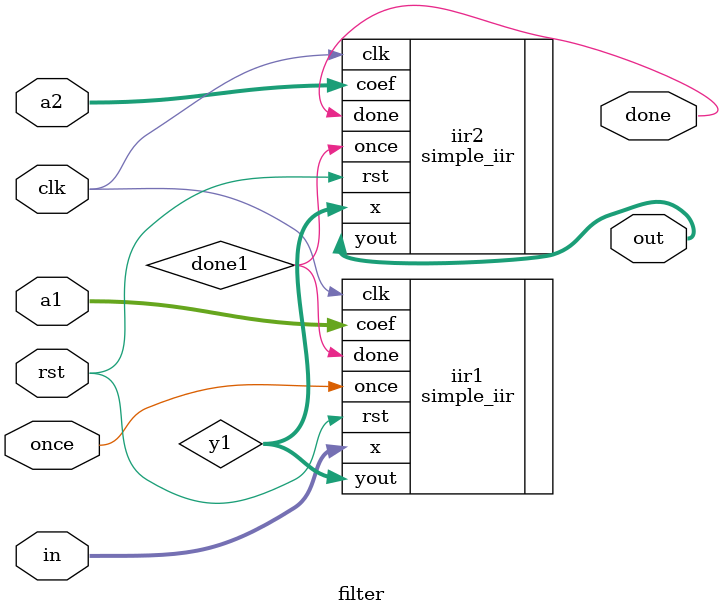
<source format=v>
module filter (
    input clk,  // clock
    input rst,  // reset
    input once,
    output done,
    input [31:0] in,
    output [31:0] out,
    input [3:0] a1,
    input [3:0] a2
  );

wire done1;
wire [31:0] y1;
simple_iir #(.DATAWIDTH(32), .COEFWIDTH(16)) iir1(.clk(clk), .rst(rst), .once(once), .done(done1), .coef(a1), .x(in), .yout(y1));
simple_iir #(.DATAWIDTH(32), .COEFWIDTH(16)) iir2(.clk(clk), .rst(rst), .once(done1), .done(done), .coef(a2), .x(y1), .yout(out));

//butterworth #(.DATAWIDTH(32), .COEFWIDTH(32), .COEFPOINT(24)) butterworth(.clk(clk), .reset(rst), .a1(a1), .a2(a2), .b0(c0), .b1(c1), .b2(c2), .x(x), .yout(yout));

endmodule

</source>
